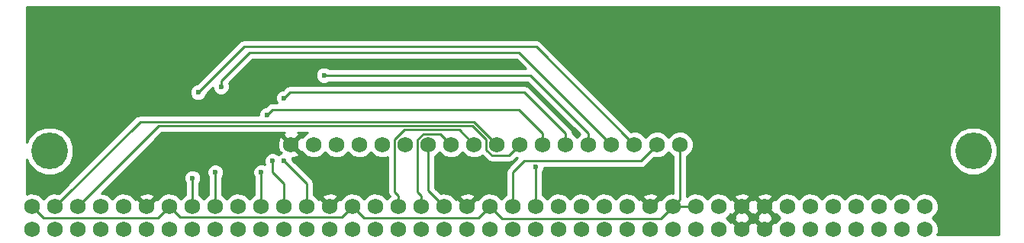
<source format=gbr>
G04 #@! TF.FileFunction,Copper,L2,Bot,Signal*
%FSLAX46Y46*%
G04 Gerber Fmt 4.6, Leading zero omitted, Abs format (unit mm)*
G04 Created by KiCad (PCBNEW 4.0.4-stable) date 08/04/17 17:34:58*
%MOMM*%
%LPD*%
G01*
G04 APERTURE LIST*
%ADD10C,0.100000*%
%ADD11C,4.064000*%
%ADD12C,1.727200*%
%ADD13C,0.600000*%
%ADD14C,0.250000*%
%ADD15C,0.254000*%
G04 APERTURE END LIST*
D10*
D11*
X54000000Y10000000D03*
X156500000Y10000000D03*
D12*
X69850000Y1270000D03*
X77470000Y1270000D03*
X120650000Y1270000D03*
X59690000Y1270000D03*
X52070000Y1270000D03*
X54610000Y1270000D03*
X57150000Y1270000D03*
X62230000Y1270000D03*
X72390000Y1270000D03*
X64770000Y1270000D03*
X67310000Y1270000D03*
X74930000Y1270000D03*
X85090000Y1270000D03*
X80010000Y1270000D03*
X82550000Y1270000D03*
X87630000Y1270000D03*
X97790000Y1270000D03*
X90170000Y1270000D03*
X92710000Y1270000D03*
X95250000Y1270000D03*
X100330000Y1270000D03*
X110490000Y1270000D03*
X102870000Y1270000D03*
X105410000Y1270000D03*
X107950000Y1270000D03*
X113030000Y1270000D03*
X123190000Y1270000D03*
X115570000Y1270000D03*
X118110000Y1270000D03*
X125730000Y1270000D03*
X135890000Y1270000D03*
X128270000Y1270000D03*
X130810000Y1270000D03*
X133350000Y1270000D03*
X138430000Y1270000D03*
X148590000Y1270000D03*
X140970000Y1270000D03*
X143510000Y1270000D03*
X146050000Y1270000D03*
X151130000Y1270000D03*
X133350000Y3810000D03*
X146050000Y3810000D03*
X128270000Y3810000D03*
X130810000Y3810000D03*
X140970000Y3810000D03*
X143510000Y3810000D03*
X135890000Y3810000D03*
X138430000Y3810000D03*
X148590000Y3810000D03*
X151130000Y3810000D03*
X82550000Y3810000D03*
X95250000Y3810000D03*
X77470000Y3810000D03*
X80010000Y3810000D03*
X90170000Y3810000D03*
X92710000Y3810000D03*
X85090000Y3810000D03*
X87630000Y3810000D03*
X97790000Y3810000D03*
X100330000Y3810000D03*
X57150000Y3810000D03*
X69850000Y3810000D03*
X52070000Y3810000D03*
X54610000Y3810000D03*
X64770000Y3810000D03*
X67310000Y3810000D03*
X59690000Y3810000D03*
X62230000Y3810000D03*
X72390000Y3810000D03*
X74930000Y3810000D03*
X107950000Y3810000D03*
X120650000Y3810000D03*
X102870000Y3810000D03*
X105410000Y3810000D03*
X115570000Y3810000D03*
X118110000Y3810000D03*
X110490000Y3810000D03*
X113030000Y3810000D03*
X123190000Y3810000D03*
X125730000Y3810000D03*
X121430553Y10703139D03*
X106190553Y10703139D03*
X103650553Y10703139D03*
X80790553Y10703139D03*
X83330553Y10703139D03*
X85870553Y10703139D03*
X113810553Y10703139D03*
X108730553Y10703139D03*
X111270553Y10703139D03*
X118890553Y10703139D03*
X116350553Y10703139D03*
X96030553Y10703139D03*
X93490553Y10703139D03*
X88410553Y10703139D03*
X90950553Y10703139D03*
X98570553Y10703139D03*
X123970553Y10703139D03*
X101110553Y10703139D03*
D13*
X107950000Y8255000D03*
X78740000Y8890000D03*
X80010000Y15875000D03*
X72390000Y7620000D03*
X73025000Y17145000D03*
X69850000Y6985000D03*
X70485000Y16510000D03*
X77470000Y7620000D03*
X78105000Y13970000D03*
X80010000Y8890000D03*
X84455000Y18415000D03*
D14*
X67310000Y3810000D02*
X66040000Y2540000D01*
X66040000Y2540000D02*
X53340000Y2540000D01*
X53340000Y2540000D02*
X52070000Y3810000D01*
X87630000Y3810000D02*
X86441399Y2621399D01*
X86441399Y2621399D02*
X68498601Y2621399D01*
X68498601Y2621399D02*
X68173599Y2946401D01*
X68173599Y2946401D02*
X67310000Y3810000D01*
X101600000Y2540000D02*
X88900000Y2540000D01*
X88900000Y2540000D02*
X87630000Y3810000D01*
X102870000Y3810000D02*
X101600000Y2540000D01*
X123190000Y3810000D02*
X121838601Y2458601D01*
X121838601Y2458601D02*
X104221399Y2458601D01*
X104221399Y2458601D02*
X103733599Y2946401D01*
X103733599Y2946401D02*
X102870000Y3810000D01*
X125730000Y3810000D02*
X123190000Y3810000D01*
X123970553Y10703139D02*
X123970553Y4590553D01*
X123970553Y4590553D02*
X123190000Y3810000D01*
X93370035Y12341751D02*
X92301952Y11273668D01*
X92710000Y5031314D02*
X92710000Y3810000D01*
X92301952Y5439362D02*
X92710000Y5031314D01*
X99471941Y12341751D02*
X93370035Y12341751D01*
X101110553Y10703139D02*
X99471941Y12341751D01*
X92301952Y11273668D02*
X92301952Y5439362D01*
X107950000Y8255000D02*
X107950000Y3810000D01*
X55473599Y4673599D02*
X54610000Y3810000D01*
X101111919Y13241773D02*
X64041773Y13241773D01*
X64041773Y13241773D02*
X55473599Y4673599D01*
X103650553Y10703139D02*
X101111919Y13241773D01*
X106190553Y10703139D02*
X105001952Y9514538D01*
X102461952Y10132610D02*
X102461952Y11255330D01*
X58013599Y4673599D02*
X57150000Y3810000D01*
X103080024Y9514538D02*
X102461952Y10132610D01*
X66131762Y12791762D02*
X58013599Y4673599D01*
X102461952Y11255330D02*
X100925520Y12791762D01*
X105001952Y9514538D02*
X103080024Y9514538D01*
X100925520Y12791762D02*
X66131762Y12791762D01*
X95250000Y5031314D02*
X95250000Y3810000D01*
X95460024Y11891740D02*
X94841952Y11273668D01*
X94841952Y5439362D02*
X95250000Y5031314D01*
X98570553Y10703139D02*
X97381952Y11891740D01*
X97381952Y11891740D02*
X95460024Y11891740D01*
X94841952Y11273668D02*
X94841952Y5439362D01*
X96030553Y10703139D02*
X96030553Y5569447D01*
X96030553Y5569447D02*
X97790000Y3810000D01*
X78740000Y8890000D02*
X78740000Y7620000D01*
X78740000Y7620000D02*
X80010000Y6350000D01*
X80010000Y6350000D02*
X80010000Y3810000D01*
X106685006Y16510000D02*
X80645000Y16510000D01*
X80645000Y16510000D02*
X80010000Y15875000D01*
X111270553Y10703139D02*
X111270553Y11924453D01*
X111270553Y11924453D02*
X106685006Y16510000D01*
X72390000Y7620000D02*
X72390000Y3810000D01*
X76200000Y20955000D02*
X73025000Y17780000D01*
X73025000Y17780000D02*
X73025000Y17145000D01*
X116350553Y10703139D02*
X106098692Y20955000D01*
X106098692Y20955000D02*
X76200000Y20955000D01*
X69850000Y6985000D02*
X69850000Y3810000D01*
X75565000Y21590000D02*
X70485000Y16510000D01*
X118890553Y10703139D02*
X108003692Y21590000D01*
X108003692Y21590000D02*
X75565000Y21590000D01*
X77470000Y7620000D02*
X77470000Y3810000D01*
X106050006Y14605000D02*
X78740000Y14605000D01*
X78740000Y14605000D02*
X78105000Y13970000D01*
X108730553Y10703139D02*
X108730553Y11924453D01*
X108730553Y11924453D02*
X106050006Y14605000D01*
X80010000Y8890000D02*
X82550000Y6350000D01*
X82550000Y6350000D02*
X82550000Y3810000D01*
X107320006Y18415000D02*
X84455000Y18415000D01*
X113810553Y10703139D02*
X113810553Y11924453D01*
X113810553Y11924453D02*
X107320006Y18415000D01*
X106670001Y8880001D02*
X105410000Y7620000D01*
X105410000Y7620000D02*
X105410000Y3810000D01*
X121430553Y10703139D02*
X119607415Y8880001D01*
X119607415Y8880001D02*
X106670001Y8880001D01*
D15*
G36*
X159315000Y685000D02*
X152509747Y685000D01*
X152628339Y970602D01*
X152628859Y1566782D01*
X152401192Y2117780D01*
X151979997Y2539710D01*
X151979069Y2540095D01*
X152399710Y2960003D01*
X152628339Y3510602D01*
X152628859Y4106782D01*
X152401192Y4657780D01*
X151979997Y5079710D01*
X151429398Y5308339D01*
X150833218Y5308859D01*
X150282220Y5081192D01*
X149860290Y4659997D01*
X149859905Y4659069D01*
X149439997Y5079710D01*
X148889398Y5308339D01*
X148293218Y5308859D01*
X147742220Y5081192D01*
X147320290Y4659997D01*
X147319905Y4659069D01*
X146899997Y5079710D01*
X146349398Y5308339D01*
X145753218Y5308859D01*
X145202220Y5081192D01*
X144780290Y4659997D01*
X144779905Y4659069D01*
X144359997Y5079710D01*
X143809398Y5308339D01*
X143213218Y5308859D01*
X142662220Y5081192D01*
X142240290Y4659997D01*
X142239905Y4659069D01*
X141819997Y5079710D01*
X141269398Y5308339D01*
X140673218Y5308859D01*
X140122220Y5081192D01*
X139700290Y4659997D01*
X139699905Y4659069D01*
X139279997Y5079710D01*
X138729398Y5308339D01*
X138133218Y5308859D01*
X137582220Y5081192D01*
X137160290Y4659997D01*
X137159905Y4659069D01*
X136739997Y5079710D01*
X136189398Y5308339D01*
X135593218Y5308859D01*
X135042220Y5081192D01*
X134620290Y4659997D01*
X134603459Y4619463D01*
X134403805Y4684200D01*
X133529605Y3810000D01*
X134403805Y2935800D01*
X134603033Y3000399D01*
X134618808Y2962220D01*
X135040003Y2540290D01*
X135040931Y2539905D01*
X134620290Y2119997D01*
X134603459Y2079463D01*
X134403805Y2144200D01*
X133529605Y1270000D01*
X133543748Y1255858D01*
X133364143Y1076253D01*
X133350000Y1090395D01*
X133335858Y1076253D01*
X133156253Y1255858D01*
X133170395Y1270000D01*
X132296195Y2144200D01*
X132080000Y2074099D01*
X131863805Y2144200D01*
X130989605Y1270000D01*
X131003748Y1255858D01*
X130824143Y1076253D01*
X130810000Y1090395D01*
X130795858Y1076253D01*
X130616253Y1255858D01*
X130630395Y1270000D01*
X129756195Y2144200D01*
X129556967Y2079601D01*
X129541192Y2117780D01*
X129119997Y2539710D01*
X129119069Y2540095D01*
X129335546Y2756195D01*
X129935800Y2756195D01*
X130005901Y2540000D01*
X129935800Y2323805D01*
X130810000Y1449605D01*
X131684200Y2323805D01*
X131614099Y2540000D01*
X131684200Y2756195D01*
X132475800Y2756195D01*
X132545901Y2540000D01*
X132475800Y2323805D01*
X133350000Y1449605D01*
X134224200Y2323805D01*
X134154099Y2540000D01*
X134224200Y2756195D01*
X133350000Y3630395D01*
X132475800Y2756195D01*
X131684200Y2756195D01*
X130810000Y3630395D01*
X129935800Y2756195D01*
X129335546Y2756195D01*
X129539710Y2960003D01*
X129556541Y3000537D01*
X129756195Y2935800D01*
X130630395Y3810000D01*
X130989605Y3810000D01*
X131863805Y2935800D01*
X132080000Y3005901D01*
X132296195Y2935800D01*
X133170395Y3810000D01*
X132296195Y4684200D01*
X132080000Y4614099D01*
X131863805Y4684200D01*
X130989605Y3810000D01*
X130630395Y3810000D01*
X129756195Y4684200D01*
X129556967Y4619601D01*
X129541192Y4657780D01*
X129335526Y4863805D01*
X129935800Y4863805D01*
X130810000Y3989605D01*
X131684200Y4863805D01*
X132475800Y4863805D01*
X133350000Y3989605D01*
X134224200Y4863805D01*
X134142259Y5116516D01*
X133581970Y5320248D01*
X132986365Y5294058D01*
X132557741Y5116516D01*
X132475800Y4863805D01*
X131684200Y4863805D01*
X131602259Y5116516D01*
X131041970Y5320248D01*
X130446365Y5294058D01*
X130017741Y5116516D01*
X129935800Y4863805D01*
X129335526Y4863805D01*
X129119997Y5079710D01*
X128569398Y5308339D01*
X127973218Y5308859D01*
X127422220Y5081192D01*
X127000290Y4659997D01*
X126999905Y4659069D01*
X126579997Y5079710D01*
X126029398Y5308339D01*
X125433218Y5308859D01*
X124882220Y5081192D01*
X124730553Y4929789D01*
X124730553Y9395677D01*
X124818333Y9431947D01*
X124858283Y9471828D01*
X153832538Y9471828D01*
X154237709Y8491239D01*
X154987293Y7740345D01*
X155967173Y7333464D01*
X157028172Y7332538D01*
X158008761Y7737709D01*
X158759655Y8487293D01*
X159166536Y9467173D01*
X159167462Y10528172D01*
X158762291Y11508761D01*
X158012707Y12259655D01*
X157032827Y12666536D01*
X155971828Y12667462D01*
X154991239Y12262291D01*
X154240345Y11512707D01*
X153833464Y10532827D01*
X153832538Y9471828D01*
X124858283Y9471828D01*
X125240263Y9853142D01*
X125468892Y10403741D01*
X125469412Y10999921D01*
X125241745Y11550919D01*
X124820550Y11972849D01*
X124269951Y12201478D01*
X123673771Y12201998D01*
X123122773Y11974331D01*
X122700843Y11553136D01*
X122700458Y11552208D01*
X122280550Y11972849D01*
X121729951Y12201478D01*
X121133771Y12201998D01*
X120582773Y11974331D01*
X120160843Y11553136D01*
X120160458Y11552208D01*
X119740550Y11972849D01*
X119189951Y12201478D01*
X118593771Y12201998D01*
X118503709Y12164785D01*
X108541093Y22127401D01*
X108294531Y22292148D01*
X108003692Y22350000D01*
X75565000Y22350000D01*
X75274161Y22292148D01*
X75027599Y22127401D01*
X70345320Y17445122D01*
X70299833Y17445162D01*
X69956057Y17303117D01*
X69692808Y17040327D01*
X69550162Y16696799D01*
X69549838Y16324833D01*
X69691883Y15981057D01*
X69954673Y15717808D01*
X70298201Y15575162D01*
X70670167Y15574838D01*
X71013943Y15716883D01*
X71277192Y15979673D01*
X71419838Y16323201D01*
X71419879Y16370077D01*
X72089908Y17040106D01*
X72089838Y16959833D01*
X72231883Y16616057D01*
X72494673Y16352808D01*
X72838201Y16210162D01*
X73210167Y16209838D01*
X73553943Y16351883D01*
X73817192Y16614673D01*
X73959838Y16958201D01*
X73960162Y17330167D01*
X73869467Y17549665D01*
X76514802Y20195000D01*
X105783890Y20195000D01*
X106803890Y19175000D01*
X85017463Y19175000D01*
X84985327Y19207192D01*
X84641799Y19349838D01*
X84269833Y19350162D01*
X83926057Y19208117D01*
X83662808Y18945327D01*
X83520162Y18601799D01*
X83519838Y18229833D01*
X83661883Y17886057D01*
X83924673Y17622808D01*
X84268201Y17480162D01*
X84640167Y17479838D01*
X84983943Y17621883D01*
X85017118Y17655000D01*
X107005204Y17655000D01*
X112824202Y11836002D01*
X112540843Y11553136D01*
X112540458Y11552208D01*
X112120550Y11972849D01*
X112011957Y12017941D01*
X111972701Y12215292D01*
X111807954Y12461854D01*
X107222407Y17047401D01*
X106975845Y17212148D01*
X106685006Y17270000D01*
X80645000Y17270000D01*
X80354161Y17212148D01*
X80107599Y17047401D01*
X79870320Y16810122D01*
X79824833Y16810162D01*
X79481057Y16668117D01*
X79217808Y16405327D01*
X79075162Y16061799D01*
X79074838Y15689833D01*
X79209056Y15365000D01*
X78740000Y15365000D01*
X78449161Y15307148D01*
X78202599Y15142401D01*
X77965320Y14905122D01*
X77919833Y14905162D01*
X77576057Y14763117D01*
X77312808Y14500327D01*
X77170162Y14156799D01*
X77170027Y14001773D01*
X64041773Y14001773D01*
X63750934Y13943921D01*
X63504372Y13779174D01*
X54997114Y5271916D01*
X54909398Y5308339D01*
X54313218Y5308859D01*
X53762220Y5081192D01*
X53340290Y4659997D01*
X53339905Y4659069D01*
X52919997Y5079710D01*
X52369398Y5308339D01*
X51773218Y5308859D01*
X51485000Y5189770D01*
X51485000Y9102842D01*
X51737709Y8491239D01*
X52487293Y7740345D01*
X53467173Y7333464D01*
X54528172Y7332538D01*
X55508761Y7737709D01*
X56259655Y8487293D01*
X56666536Y9467173D01*
X56667462Y10528172D01*
X56262291Y11508761D01*
X55512707Y12259655D01*
X54532827Y12666536D01*
X53471828Y12667462D01*
X52491239Y12262291D01*
X51740345Y11512707D01*
X51485000Y10897767D01*
X51485000Y25985000D01*
X159315000Y25985000D01*
X159315000Y685000D01*
X159315000Y685000D01*
G37*
X159315000Y685000D02*
X152509747Y685000D01*
X152628339Y970602D01*
X152628859Y1566782D01*
X152401192Y2117780D01*
X151979997Y2539710D01*
X151979069Y2540095D01*
X152399710Y2960003D01*
X152628339Y3510602D01*
X152628859Y4106782D01*
X152401192Y4657780D01*
X151979997Y5079710D01*
X151429398Y5308339D01*
X150833218Y5308859D01*
X150282220Y5081192D01*
X149860290Y4659997D01*
X149859905Y4659069D01*
X149439997Y5079710D01*
X148889398Y5308339D01*
X148293218Y5308859D01*
X147742220Y5081192D01*
X147320290Y4659997D01*
X147319905Y4659069D01*
X146899997Y5079710D01*
X146349398Y5308339D01*
X145753218Y5308859D01*
X145202220Y5081192D01*
X144780290Y4659997D01*
X144779905Y4659069D01*
X144359997Y5079710D01*
X143809398Y5308339D01*
X143213218Y5308859D01*
X142662220Y5081192D01*
X142240290Y4659997D01*
X142239905Y4659069D01*
X141819997Y5079710D01*
X141269398Y5308339D01*
X140673218Y5308859D01*
X140122220Y5081192D01*
X139700290Y4659997D01*
X139699905Y4659069D01*
X139279997Y5079710D01*
X138729398Y5308339D01*
X138133218Y5308859D01*
X137582220Y5081192D01*
X137160290Y4659997D01*
X137159905Y4659069D01*
X136739997Y5079710D01*
X136189398Y5308339D01*
X135593218Y5308859D01*
X135042220Y5081192D01*
X134620290Y4659997D01*
X134603459Y4619463D01*
X134403805Y4684200D01*
X133529605Y3810000D01*
X134403805Y2935800D01*
X134603033Y3000399D01*
X134618808Y2962220D01*
X135040003Y2540290D01*
X135040931Y2539905D01*
X134620290Y2119997D01*
X134603459Y2079463D01*
X134403805Y2144200D01*
X133529605Y1270000D01*
X133543748Y1255858D01*
X133364143Y1076253D01*
X133350000Y1090395D01*
X133335858Y1076253D01*
X133156253Y1255858D01*
X133170395Y1270000D01*
X132296195Y2144200D01*
X132080000Y2074099D01*
X131863805Y2144200D01*
X130989605Y1270000D01*
X131003748Y1255858D01*
X130824143Y1076253D01*
X130810000Y1090395D01*
X130795858Y1076253D01*
X130616253Y1255858D01*
X130630395Y1270000D01*
X129756195Y2144200D01*
X129556967Y2079601D01*
X129541192Y2117780D01*
X129119997Y2539710D01*
X129119069Y2540095D01*
X129335546Y2756195D01*
X129935800Y2756195D01*
X130005901Y2540000D01*
X129935800Y2323805D01*
X130810000Y1449605D01*
X131684200Y2323805D01*
X131614099Y2540000D01*
X131684200Y2756195D01*
X132475800Y2756195D01*
X132545901Y2540000D01*
X132475800Y2323805D01*
X133350000Y1449605D01*
X134224200Y2323805D01*
X134154099Y2540000D01*
X134224200Y2756195D01*
X133350000Y3630395D01*
X132475800Y2756195D01*
X131684200Y2756195D01*
X130810000Y3630395D01*
X129935800Y2756195D01*
X129335546Y2756195D01*
X129539710Y2960003D01*
X129556541Y3000537D01*
X129756195Y2935800D01*
X130630395Y3810000D01*
X130989605Y3810000D01*
X131863805Y2935800D01*
X132080000Y3005901D01*
X132296195Y2935800D01*
X133170395Y3810000D01*
X132296195Y4684200D01*
X132080000Y4614099D01*
X131863805Y4684200D01*
X130989605Y3810000D01*
X130630395Y3810000D01*
X129756195Y4684200D01*
X129556967Y4619601D01*
X129541192Y4657780D01*
X129335526Y4863805D01*
X129935800Y4863805D01*
X130810000Y3989605D01*
X131684200Y4863805D01*
X132475800Y4863805D01*
X133350000Y3989605D01*
X134224200Y4863805D01*
X134142259Y5116516D01*
X133581970Y5320248D01*
X132986365Y5294058D01*
X132557741Y5116516D01*
X132475800Y4863805D01*
X131684200Y4863805D01*
X131602259Y5116516D01*
X131041970Y5320248D01*
X130446365Y5294058D01*
X130017741Y5116516D01*
X129935800Y4863805D01*
X129335526Y4863805D01*
X129119997Y5079710D01*
X128569398Y5308339D01*
X127973218Y5308859D01*
X127422220Y5081192D01*
X127000290Y4659997D01*
X126999905Y4659069D01*
X126579997Y5079710D01*
X126029398Y5308339D01*
X125433218Y5308859D01*
X124882220Y5081192D01*
X124730553Y4929789D01*
X124730553Y9395677D01*
X124818333Y9431947D01*
X124858283Y9471828D01*
X153832538Y9471828D01*
X154237709Y8491239D01*
X154987293Y7740345D01*
X155967173Y7333464D01*
X157028172Y7332538D01*
X158008761Y7737709D01*
X158759655Y8487293D01*
X159166536Y9467173D01*
X159167462Y10528172D01*
X158762291Y11508761D01*
X158012707Y12259655D01*
X157032827Y12666536D01*
X155971828Y12667462D01*
X154991239Y12262291D01*
X154240345Y11512707D01*
X153833464Y10532827D01*
X153832538Y9471828D01*
X124858283Y9471828D01*
X125240263Y9853142D01*
X125468892Y10403741D01*
X125469412Y10999921D01*
X125241745Y11550919D01*
X124820550Y11972849D01*
X124269951Y12201478D01*
X123673771Y12201998D01*
X123122773Y11974331D01*
X122700843Y11553136D01*
X122700458Y11552208D01*
X122280550Y11972849D01*
X121729951Y12201478D01*
X121133771Y12201998D01*
X120582773Y11974331D01*
X120160843Y11553136D01*
X120160458Y11552208D01*
X119740550Y11972849D01*
X119189951Y12201478D01*
X118593771Y12201998D01*
X118503709Y12164785D01*
X108541093Y22127401D01*
X108294531Y22292148D01*
X108003692Y22350000D01*
X75565000Y22350000D01*
X75274161Y22292148D01*
X75027599Y22127401D01*
X70345320Y17445122D01*
X70299833Y17445162D01*
X69956057Y17303117D01*
X69692808Y17040327D01*
X69550162Y16696799D01*
X69549838Y16324833D01*
X69691883Y15981057D01*
X69954673Y15717808D01*
X70298201Y15575162D01*
X70670167Y15574838D01*
X71013943Y15716883D01*
X71277192Y15979673D01*
X71419838Y16323201D01*
X71419879Y16370077D01*
X72089908Y17040106D01*
X72089838Y16959833D01*
X72231883Y16616057D01*
X72494673Y16352808D01*
X72838201Y16210162D01*
X73210167Y16209838D01*
X73553943Y16351883D01*
X73817192Y16614673D01*
X73959838Y16958201D01*
X73960162Y17330167D01*
X73869467Y17549665D01*
X76514802Y20195000D01*
X105783890Y20195000D01*
X106803890Y19175000D01*
X85017463Y19175000D01*
X84985327Y19207192D01*
X84641799Y19349838D01*
X84269833Y19350162D01*
X83926057Y19208117D01*
X83662808Y18945327D01*
X83520162Y18601799D01*
X83519838Y18229833D01*
X83661883Y17886057D01*
X83924673Y17622808D01*
X84268201Y17480162D01*
X84640167Y17479838D01*
X84983943Y17621883D01*
X85017118Y17655000D01*
X107005204Y17655000D01*
X112824202Y11836002D01*
X112540843Y11553136D01*
X112540458Y11552208D01*
X112120550Y11972849D01*
X112011957Y12017941D01*
X111972701Y12215292D01*
X111807954Y12461854D01*
X107222407Y17047401D01*
X106975845Y17212148D01*
X106685006Y17270000D01*
X80645000Y17270000D01*
X80354161Y17212148D01*
X80107599Y17047401D01*
X79870320Y16810122D01*
X79824833Y16810162D01*
X79481057Y16668117D01*
X79217808Y16405327D01*
X79075162Y16061799D01*
X79074838Y15689833D01*
X79209056Y15365000D01*
X78740000Y15365000D01*
X78449161Y15307148D01*
X78202599Y15142401D01*
X77965320Y14905122D01*
X77919833Y14905162D01*
X77576057Y14763117D01*
X77312808Y14500327D01*
X77170162Y14156799D01*
X77170027Y14001773D01*
X64041773Y14001773D01*
X63750934Y13943921D01*
X63504372Y13779174D01*
X54997114Y5271916D01*
X54909398Y5308339D01*
X54313218Y5308859D01*
X53762220Y5081192D01*
X53340290Y4659997D01*
X53339905Y4659069D01*
X52919997Y5079710D01*
X52369398Y5308339D01*
X51773218Y5308859D01*
X51485000Y5189770D01*
X51485000Y9102842D01*
X51737709Y8491239D01*
X52487293Y7740345D01*
X53467173Y7333464D01*
X54528172Y7332538D01*
X55508761Y7737709D01*
X56259655Y8487293D01*
X56666536Y9467173D01*
X56667462Y10528172D01*
X56262291Y11508761D01*
X55512707Y12259655D01*
X54532827Y12666536D01*
X53471828Y12667462D01*
X52491239Y12262291D01*
X51740345Y11512707D01*
X51485000Y10897767D01*
X51485000Y25985000D01*
X159315000Y25985000D01*
X159315000Y685000D01*
G36*
X120843748Y1284143D02*
X120829605Y1270000D01*
X120843748Y1255858D01*
X120664143Y1076253D01*
X120650000Y1090395D01*
X120635858Y1076253D01*
X120456253Y1255858D01*
X120470395Y1270000D01*
X120456253Y1284143D01*
X120635858Y1463748D01*
X120650000Y1449605D01*
X120664143Y1463748D01*
X120843748Y1284143D01*
X120843748Y1284143D01*
G37*
X120843748Y1284143D02*
X120829605Y1270000D01*
X120843748Y1255858D01*
X120664143Y1076253D01*
X120650000Y1090395D01*
X120635858Y1076253D01*
X120456253Y1255858D01*
X120470395Y1270000D01*
X120456253Y1284143D01*
X120635858Y1463748D01*
X120650000Y1449605D01*
X120664143Y1463748D01*
X120843748Y1284143D01*
G36*
X100523748Y1284143D02*
X100509605Y1270000D01*
X100523748Y1255858D01*
X100344143Y1076253D01*
X100330000Y1090395D01*
X100315858Y1076253D01*
X100136253Y1255858D01*
X100150395Y1270000D01*
X100136253Y1284143D01*
X100315858Y1463748D01*
X100330000Y1449605D01*
X100344143Y1463748D01*
X100523748Y1284143D01*
X100523748Y1284143D01*
G37*
X100523748Y1284143D02*
X100509605Y1270000D01*
X100523748Y1255858D01*
X100344143Y1076253D01*
X100330000Y1090395D01*
X100315858Y1076253D01*
X100136253Y1255858D01*
X100150395Y1270000D01*
X100136253Y1284143D01*
X100315858Y1463748D01*
X100330000Y1449605D01*
X100344143Y1463748D01*
X100523748Y1284143D01*
G36*
X85283748Y1284143D02*
X85269605Y1270000D01*
X85283748Y1255858D01*
X85104143Y1076253D01*
X85090000Y1090395D01*
X85075858Y1076253D01*
X84896253Y1255858D01*
X84910395Y1270000D01*
X84896253Y1284143D01*
X85075858Y1463748D01*
X85090000Y1449605D01*
X85104143Y1463748D01*
X85283748Y1284143D01*
X85283748Y1284143D01*
G37*
X85283748Y1284143D02*
X85269605Y1270000D01*
X85283748Y1255858D01*
X85104143Y1076253D01*
X85090000Y1090395D01*
X85075858Y1076253D01*
X84896253Y1255858D01*
X84910395Y1270000D01*
X84896253Y1284143D01*
X85075858Y1463748D01*
X85090000Y1449605D01*
X85104143Y1463748D01*
X85283748Y1284143D01*
G36*
X64963748Y1284143D02*
X64949605Y1270000D01*
X64963748Y1255858D01*
X64784143Y1076253D01*
X64770000Y1090395D01*
X64755858Y1076253D01*
X64576253Y1255858D01*
X64590395Y1270000D01*
X64576253Y1284143D01*
X64755858Y1463748D01*
X64770000Y1449605D01*
X64784143Y1463748D01*
X64963748Y1284143D01*
X64963748Y1284143D01*
G37*
X64963748Y1284143D02*
X64949605Y1270000D01*
X64963748Y1255858D01*
X64784143Y1076253D01*
X64770000Y1090395D01*
X64755858Y1076253D01*
X64576253Y1255858D01*
X64590395Y1270000D01*
X64576253Y1284143D01*
X64755858Y1463748D01*
X64770000Y1449605D01*
X64784143Y1463748D01*
X64963748Y1284143D01*
G36*
X123120556Y9433429D02*
X123210553Y9396059D01*
X123210553Y5308582D01*
X122893218Y5308859D01*
X122342220Y5081192D01*
X121920290Y4659997D01*
X121903459Y4619463D01*
X121703805Y4684200D01*
X120829605Y3810000D01*
X120843748Y3795858D01*
X120664143Y3616253D01*
X120650000Y3630395D01*
X120635858Y3616253D01*
X120456253Y3795858D01*
X120470395Y3810000D01*
X119596195Y4684200D01*
X119396967Y4619601D01*
X119381192Y4657780D01*
X119175526Y4863805D01*
X119775800Y4863805D01*
X120650000Y3989605D01*
X121524200Y4863805D01*
X121442259Y5116516D01*
X120881970Y5320248D01*
X120286365Y5294058D01*
X119857741Y5116516D01*
X119775800Y4863805D01*
X119175526Y4863805D01*
X118959997Y5079710D01*
X118409398Y5308339D01*
X117813218Y5308859D01*
X117262220Y5081192D01*
X116840290Y4659997D01*
X116839905Y4659069D01*
X116419997Y5079710D01*
X115869398Y5308339D01*
X115273218Y5308859D01*
X114722220Y5081192D01*
X114300290Y4659997D01*
X114299905Y4659069D01*
X113879997Y5079710D01*
X113329398Y5308339D01*
X112733218Y5308859D01*
X112182220Y5081192D01*
X111760290Y4659997D01*
X111759905Y4659069D01*
X111339997Y5079710D01*
X110789398Y5308339D01*
X110193218Y5308859D01*
X109642220Y5081192D01*
X109220290Y4659997D01*
X109219905Y4659069D01*
X108799997Y5079710D01*
X108710000Y5117080D01*
X108710000Y7692537D01*
X108742192Y7724673D01*
X108884838Y8068201D01*
X108884883Y8120001D01*
X119607415Y8120001D01*
X119898254Y8177853D01*
X120144816Y8342600D01*
X121043439Y9241223D01*
X121131155Y9204800D01*
X121727335Y9204280D01*
X122278333Y9431947D01*
X122700263Y9853142D01*
X122700648Y9854070D01*
X123120556Y9433429D01*
X123120556Y9433429D01*
G37*
X123120556Y9433429D02*
X123210553Y9396059D01*
X123210553Y5308582D01*
X122893218Y5308859D01*
X122342220Y5081192D01*
X121920290Y4659997D01*
X121903459Y4619463D01*
X121703805Y4684200D01*
X120829605Y3810000D01*
X120843748Y3795858D01*
X120664143Y3616253D01*
X120650000Y3630395D01*
X120635858Y3616253D01*
X120456253Y3795858D01*
X120470395Y3810000D01*
X119596195Y4684200D01*
X119396967Y4619601D01*
X119381192Y4657780D01*
X119175526Y4863805D01*
X119775800Y4863805D01*
X120650000Y3989605D01*
X121524200Y4863805D01*
X121442259Y5116516D01*
X120881970Y5320248D01*
X120286365Y5294058D01*
X119857741Y5116516D01*
X119775800Y4863805D01*
X119175526Y4863805D01*
X118959997Y5079710D01*
X118409398Y5308339D01*
X117813218Y5308859D01*
X117262220Y5081192D01*
X116840290Y4659997D01*
X116839905Y4659069D01*
X116419997Y5079710D01*
X115869398Y5308339D01*
X115273218Y5308859D01*
X114722220Y5081192D01*
X114300290Y4659997D01*
X114299905Y4659069D01*
X113879997Y5079710D01*
X113329398Y5308339D01*
X112733218Y5308859D01*
X112182220Y5081192D01*
X111760290Y4659997D01*
X111759905Y4659069D01*
X111339997Y5079710D01*
X110789398Y5308339D01*
X110193218Y5308859D01*
X109642220Y5081192D01*
X109220290Y4659997D01*
X109219905Y4659069D01*
X108799997Y5079710D01*
X108710000Y5117080D01*
X108710000Y7692537D01*
X108742192Y7724673D01*
X108884838Y8068201D01*
X108884883Y8120001D01*
X119607415Y8120001D01*
X119898254Y8177853D01*
X120144816Y8342600D01*
X121043439Y9241223D01*
X121131155Y9204800D01*
X121727335Y9204280D01*
X122278333Y9431947D01*
X122700263Y9853142D01*
X122700648Y9854070D01*
X123120556Y9433429D01*
G36*
X79998294Y12009655D02*
X79916353Y11756944D01*
X80790553Y10882744D01*
X81664753Y11756944D01*
X81582812Y12009655D01*
X81522015Y12031762D01*
X82621767Y12031762D01*
X82482773Y11974331D01*
X82060843Y11553136D01*
X82044012Y11512602D01*
X81844358Y11577339D01*
X80970158Y10703139D01*
X81844358Y9828939D01*
X82043586Y9893538D01*
X82059361Y9855359D01*
X82480556Y9433429D01*
X83031155Y9204800D01*
X83627335Y9204280D01*
X84178333Y9431947D01*
X84600263Y9853142D01*
X84600648Y9854070D01*
X85020556Y9433429D01*
X85571155Y9204800D01*
X86167335Y9204280D01*
X86718333Y9431947D01*
X87140263Y9853142D01*
X87140648Y9854070D01*
X87560556Y9433429D01*
X88111155Y9204800D01*
X88707335Y9204280D01*
X89258333Y9431947D01*
X89680263Y9853142D01*
X89680648Y9854070D01*
X90100556Y9433429D01*
X90651155Y9204800D01*
X91247335Y9204280D01*
X91541952Y9326013D01*
X91541952Y5439362D01*
X91599804Y5148523D01*
X91731791Y4950990D01*
X91440290Y4659997D01*
X91439905Y4659069D01*
X91019997Y5079710D01*
X90469398Y5308339D01*
X89873218Y5308859D01*
X89322220Y5081192D01*
X88900290Y4659997D01*
X88899905Y4659069D01*
X88479997Y5079710D01*
X87929398Y5308339D01*
X87333218Y5308859D01*
X86782220Y5081192D01*
X86360290Y4659997D01*
X86343459Y4619463D01*
X86143805Y4684200D01*
X85269605Y3810000D01*
X85283748Y3795858D01*
X85104143Y3616253D01*
X85090000Y3630395D01*
X85075858Y3616253D01*
X84896253Y3795858D01*
X84910395Y3810000D01*
X84036195Y4684200D01*
X83836967Y4619601D01*
X83821192Y4657780D01*
X83615526Y4863805D01*
X84215800Y4863805D01*
X85090000Y3989605D01*
X85964200Y4863805D01*
X85882259Y5116516D01*
X85321970Y5320248D01*
X84726365Y5294058D01*
X84297741Y5116516D01*
X84215800Y4863805D01*
X83615526Y4863805D01*
X83399997Y5079710D01*
X83310000Y5117080D01*
X83310000Y6350000D01*
X83252148Y6640839D01*
X83252148Y6640840D01*
X83087401Y6887401D01*
X80945122Y9029680D01*
X80945162Y9075167D01*
X80890489Y9207486D01*
X81154188Y9219081D01*
X81582812Y9396623D01*
X81664753Y9649334D01*
X80790553Y10523534D01*
X80776411Y10509392D01*
X80596806Y10688997D01*
X80610948Y10703139D01*
X79736748Y11577339D01*
X79484037Y11495398D01*
X79280305Y10935109D01*
X79306495Y10339504D01*
X79484037Y9910880D01*
X79736746Y9828940D01*
X79668283Y9760477D01*
X79481057Y9683117D01*
X79375046Y9577290D01*
X79270327Y9682192D01*
X78926799Y9824838D01*
X78554833Y9825162D01*
X78211057Y9683117D01*
X77947808Y9420327D01*
X77805162Y9076799D01*
X77804838Y8704833D01*
X77910310Y8449570D01*
X77656799Y8554838D01*
X77284833Y8555162D01*
X76941057Y8413117D01*
X76677808Y8150327D01*
X76535162Y7806799D01*
X76534838Y7434833D01*
X76676883Y7091057D01*
X76710000Y7057882D01*
X76710000Y5117462D01*
X76622220Y5081192D01*
X76200290Y4659997D01*
X76199905Y4659069D01*
X75779997Y5079710D01*
X75229398Y5308339D01*
X74633218Y5308859D01*
X74082220Y5081192D01*
X73660290Y4659997D01*
X73659905Y4659069D01*
X73239997Y5079710D01*
X73150000Y5117080D01*
X73150000Y7057537D01*
X73182192Y7089673D01*
X73324838Y7433201D01*
X73325162Y7805167D01*
X73183117Y8148943D01*
X72920327Y8412192D01*
X72576799Y8554838D01*
X72204833Y8555162D01*
X71861057Y8413117D01*
X71597808Y8150327D01*
X71455162Y7806799D01*
X71454838Y7434833D01*
X71596883Y7091057D01*
X71630000Y7057882D01*
X71630000Y5117462D01*
X71542220Y5081192D01*
X71120290Y4659997D01*
X71119905Y4659069D01*
X70699997Y5079710D01*
X70610000Y5117080D01*
X70610000Y6422537D01*
X70642192Y6454673D01*
X70784838Y6798201D01*
X70785162Y7170167D01*
X70643117Y7513943D01*
X70380327Y7777192D01*
X70036799Y7919838D01*
X69664833Y7920162D01*
X69321057Y7778117D01*
X69057808Y7515327D01*
X68915162Y7171799D01*
X68914838Y6799833D01*
X69056883Y6456057D01*
X69090000Y6422882D01*
X69090000Y5117462D01*
X69002220Y5081192D01*
X68580290Y4659997D01*
X68579905Y4659069D01*
X68159997Y5079710D01*
X67609398Y5308339D01*
X67013218Y5308859D01*
X66462220Y5081192D01*
X66040290Y4659997D01*
X66023459Y4619463D01*
X65823805Y4684200D01*
X64949605Y3810000D01*
X64963748Y3795858D01*
X64784143Y3616253D01*
X64770000Y3630395D01*
X64755858Y3616253D01*
X64576253Y3795858D01*
X64590395Y3810000D01*
X63716195Y4684200D01*
X63516967Y4619601D01*
X63501192Y4657780D01*
X63295526Y4863805D01*
X63895800Y4863805D01*
X64770000Y3989605D01*
X65644200Y4863805D01*
X65562259Y5116516D01*
X65001970Y5320248D01*
X64406365Y5294058D01*
X63977741Y5116516D01*
X63895800Y4863805D01*
X63295526Y4863805D01*
X63079997Y5079710D01*
X62529398Y5308339D01*
X61933218Y5308859D01*
X61382220Y5081192D01*
X60960290Y4659997D01*
X60959905Y4659069D01*
X60539997Y5079710D01*
X59989398Y5308339D01*
X59723373Y5308571D01*
X66446564Y12031762D01*
X80051665Y12031762D01*
X79998294Y12009655D01*
X79998294Y12009655D01*
G37*
X79998294Y12009655D02*
X79916353Y11756944D01*
X80790553Y10882744D01*
X81664753Y11756944D01*
X81582812Y12009655D01*
X81522015Y12031762D01*
X82621767Y12031762D01*
X82482773Y11974331D01*
X82060843Y11553136D01*
X82044012Y11512602D01*
X81844358Y11577339D01*
X80970158Y10703139D01*
X81844358Y9828939D01*
X82043586Y9893538D01*
X82059361Y9855359D01*
X82480556Y9433429D01*
X83031155Y9204800D01*
X83627335Y9204280D01*
X84178333Y9431947D01*
X84600263Y9853142D01*
X84600648Y9854070D01*
X85020556Y9433429D01*
X85571155Y9204800D01*
X86167335Y9204280D01*
X86718333Y9431947D01*
X87140263Y9853142D01*
X87140648Y9854070D01*
X87560556Y9433429D01*
X88111155Y9204800D01*
X88707335Y9204280D01*
X89258333Y9431947D01*
X89680263Y9853142D01*
X89680648Y9854070D01*
X90100556Y9433429D01*
X90651155Y9204800D01*
X91247335Y9204280D01*
X91541952Y9326013D01*
X91541952Y5439362D01*
X91599804Y5148523D01*
X91731791Y4950990D01*
X91440290Y4659997D01*
X91439905Y4659069D01*
X91019997Y5079710D01*
X90469398Y5308339D01*
X89873218Y5308859D01*
X89322220Y5081192D01*
X88900290Y4659997D01*
X88899905Y4659069D01*
X88479997Y5079710D01*
X87929398Y5308339D01*
X87333218Y5308859D01*
X86782220Y5081192D01*
X86360290Y4659997D01*
X86343459Y4619463D01*
X86143805Y4684200D01*
X85269605Y3810000D01*
X85283748Y3795858D01*
X85104143Y3616253D01*
X85090000Y3630395D01*
X85075858Y3616253D01*
X84896253Y3795858D01*
X84910395Y3810000D01*
X84036195Y4684200D01*
X83836967Y4619601D01*
X83821192Y4657780D01*
X83615526Y4863805D01*
X84215800Y4863805D01*
X85090000Y3989605D01*
X85964200Y4863805D01*
X85882259Y5116516D01*
X85321970Y5320248D01*
X84726365Y5294058D01*
X84297741Y5116516D01*
X84215800Y4863805D01*
X83615526Y4863805D01*
X83399997Y5079710D01*
X83310000Y5117080D01*
X83310000Y6350000D01*
X83252148Y6640839D01*
X83252148Y6640840D01*
X83087401Y6887401D01*
X80945122Y9029680D01*
X80945162Y9075167D01*
X80890489Y9207486D01*
X81154188Y9219081D01*
X81582812Y9396623D01*
X81664753Y9649334D01*
X80790553Y10523534D01*
X80776411Y10509392D01*
X80596806Y10688997D01*
X80610948Y10703139D01*
X79736748Y11577339D01*
X79484037Y11495398D01*
X79280305Y10935109D01*
X79306495Y10339504D01*
X79484037Y9910880D01*
X79736746Y9828940D01*
X79668283Y9760477D01*
X79481057Y9683117D01*
X79375046Y9577290D01*
X79270327Y9682192D01*
X78926799Y9824838D01*
X78554833Y9825162D01*
X78211057Y9683117D01*
X77947808Y9420327D01*
X77805162Y9076799D01*
X77804838Y8704833D01*
X77910310Y8449570D01*
X77656799Y8554838D01*
X77284833Y8555162D01*
X76941057Y8413117D01*
X76677808Y8150327D01*
X76535162Y7806799D01*
X76534838Y7434833D01*
X76676883Y7091057D01*
X76710000Y7057882D01*
X76710000Y5117462D01*
X76622220Y5081192D01*
X76200290Y4659997D01*
X76199905Y4659069D01*
X75779997Y5079710D01*
X75229398Y5308339D01*
X74633218Y5308859D01*
X74082220Y5081192D01*
X73660290Y4659997D01*
X73659905Y4659069D01*
X73239997Y5079710D01*
X73150000Y5117080D01*
X73150000Y7057537D01*
X73182192Y7089673D01*
X73324838Y7433201D01*
X73325162Y7805167D01*
X73183117Y8148943D01*
X72920327Y8412192D01*
X72576799Y8554838D01*
X72204833Y8555162D01*
X71861057Y8413117D01*
X71597808Y8150327D01*
X71455162Y7806799D01*
X71454838Y7434833D01*
X71596883Y7091057D01*
X71630000Y7057882D01*
X71630000Y5117462D01*
X71542220Y5081192D01*
X71120290Y4659997D01*
X71119905Y4659069D01*
X70699997Y5079710D01*
X70610000Y5117080D01*
X70610000Y6422537D01*
X70642192Y6454673D01*
X70784838Y6798201D01*
X70785162Y7170167D01*
X70643117Y7513943D01*
X70380327Y7777192D01*
X70036799Y7919838D01*
X69664833Y7920162D01*
X69321057Y7778117D01*
X69057808Y7515327D01*
X68915162Y7171799D01*
X68914838Y6799833D01*
X69056883Y6456057D01*
X69090000Y6422882D01*
X69090000Y5117462D01*
X69002220Y5081192D01*
X68580290Y4659997D01*
X68579905Y4659069D01*
X68159997Y5079710D01*
X67609398Y5308339D01*
X67013218Y5308859D01*
X66462220Y5081192D01*
X66040290Y4659997D01*
X66023459Y4619463D01*
X65823805Y4684200D01*
X64949605Y3810000D01*
X64963748Y3795858D01*
X64784143Y3616253D01*
X64770000Y3630395D01*
X64755858Y3616253D01*
X64576253Y3795858D01*
X64590395Y3810000D01*
X63716195Y4684200D01*
X63516967Y4619601D01*
X63501192Y4657780D01*
X63295526Y4863805D01*
X63895800Y4863805D01*
X64770000Y3989605D01*
X65644200Y4863805D01*
X65562259Y5116516D01*
X65001970Y5320248D01*
X64406365Y5294058D01*
X63977741Y5116516D01*
X63895800Y4863805D01*
X63295526Y4863805D01*
X63079997Y5079710D01*
X62529398Y5308339D01*
X61933218Y5308859D01*
X61382220Y5081192D01*
X60960290Y4659997D01*
X60959905Y4659069D01*
X60539997Y5079710D01*
X59989398Y5308339D01*
X59723373Y5308571D01*
X66446564Y12031762D01*
X80051665Y12031762D01*
X79998294Y12009655D01*
G36*
X100260556Y9433429D02*
X100811155Y9204800D01*
X101407335Y9204280D01*
X101958333Y9431947D01*
X102023129Y9496631D01*
X102542623Y8977137D01*
X102789185Y8812390D01*
X103080024Y8754538D01*
X105001952Y8754538D01*
X105292791Y8812390D01*
X105539353Y8977137D01*
X105803439Y9241223D01*
X105891155Y9204800D01*
X105919972Y9204775D01*
X104872599Y8157401D01*
X104707852Y7910839D01*
X104650000Y7620000D01*
X104650000Y5117462D01*
X104562220Y5081192D01*
X104140290Y4659997D01*
X104139905Y4659069D01*
X103719997Y5079710D01*
X103169398Y5308339D01*
X102573218Y5308859D01*
X102022220Y5081192D01*
X101600290Y4659997D01*
X101583459Y4619463D01*
X101383805Y4684200D01*
X100509605Y3810000D01*
X100523748Y3795858D01*
X100344143Y3616253D01*
X100330000Y3630395D01*
X100315858Y3616253D01*
X100136253Y3795858D01*
X100150395Y3810000D01*
X99276195Y4684200D01*
X99076967Y4619601D01*
X99061192Y4657780D01*
X98855526Y4863805D01*
X99455800Y4863805D01*
X100330000Y3989605D01*
X101204200Y4863805D01*
X101122259Y5116516D01*
X100561970Y5320248D01*
X99966365Y5294058D01*
X99537741Y5116516D01*
X99455800Y4863805D01*
X98855526Y4863805D01*
X98639997Y5079710D01*
X98089398Y5308339D01*
X97493218Y5308859D01*
X97403156Y5271646D01*
X96790553Y5884249D01*
X96790553Y9395677D01*
X96878333Y9431947D01*
X97300263Y9853142D01*
X97300648Y9854070D01*
X97720556Y9433429D01*
X98271155Y9204800D01*
X98867335Y9204280D01*
X99418333Y9431947D01*
X99840263Y9853142D01*
X99840648Y9854070D01*
X100260556Y9433429D01*
X100260556Y9433429D01*
G37*
X100260556Y9433429D02*
X100811155Y9204800D01*
X101407335Y9204280D01*
X101958333Y9431947D01*
X102023129Y9496631D01*
X102542623Y8977137D01*
X102789185Y8812390D01*
X103080024Y8754538D01*
X105001952Y8754538D01*
X105292791Y8812390D01*
X105539353Y8977137D01*
X105803439Y9241223D01*
X105891155Y9204800D01*
X105919972Y9204775D01*
X104872599Y8157401D01*
X104707852Y7910839D01*
X104650000Y7620000D01*
X104650000Y5117462D01*
X104562220Y5081192D01*
X104140290Y4659997D01*
X104139905Y4659069D01*
X103719997Y5079710D01*
X103169398Y5308339D01*
X102573218Y5308859D01*
X102022220Y5081192D01*
X101600290Y4659997D01*
X101583459Y4619463D01*
X101383805Y4684200D01*
X100509605Y3810000D01*
X100523748Y3795858D01*
X100344143Y3616253D01*
X100330000Y3630395D01*
X100315858Y3616253D01*
X100136253Y3795858D01*
X100150395Y3810000D01*
X99276195Y4684200D01*
X99076967Y4619601D01*
X99061192Y4657780D01*
X98855526Y4863805D01*
X99455800Y4863805D01*
X100330000Y3989605D01*
X101204200Y4863805D01*
X101122259Y5116516D01*
X100561970Y5320248D01*
X99966365Y5294058D01*
X99537741Y5116516D01*
X99455800Y4863805D01*
X98855526Y4863805D01*
X98639997Y5079710D01*
X98089398Y5308339D01*
X97493218Y5308859D01*
X97403156Y5271646D01*
X96790553Y5884249D01*
X96790553Y9395677D01*
X96878333Y9431947D01*
X97300263Y9853142D01*
X97300648Y9854070D01*
X97720556Y9433429D01*
X98271155Y9204800D01*
X98867335Y9204280D01*
X99418333Y9431947D01*
X99840263Y9853142D01*
X99840648Y9854070D01*
X100260556Y9433429D01*
M02*

</source>
